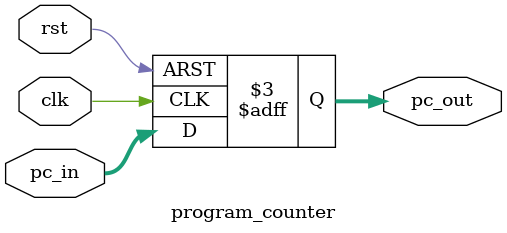
<source format=sv>
module program_counter(input [7:0] pc_in,
                       input clk, 
                       input rst, 
                       output logic [7:0] pc_out);
  
  always @ (posedge clk or negedge rst) begin 
    if(!rst)
      pc_out <= 8'b0000_0000; 
    else 
      pc_out <= pc_in; 
    
  end
  
endmodule  
</source>
